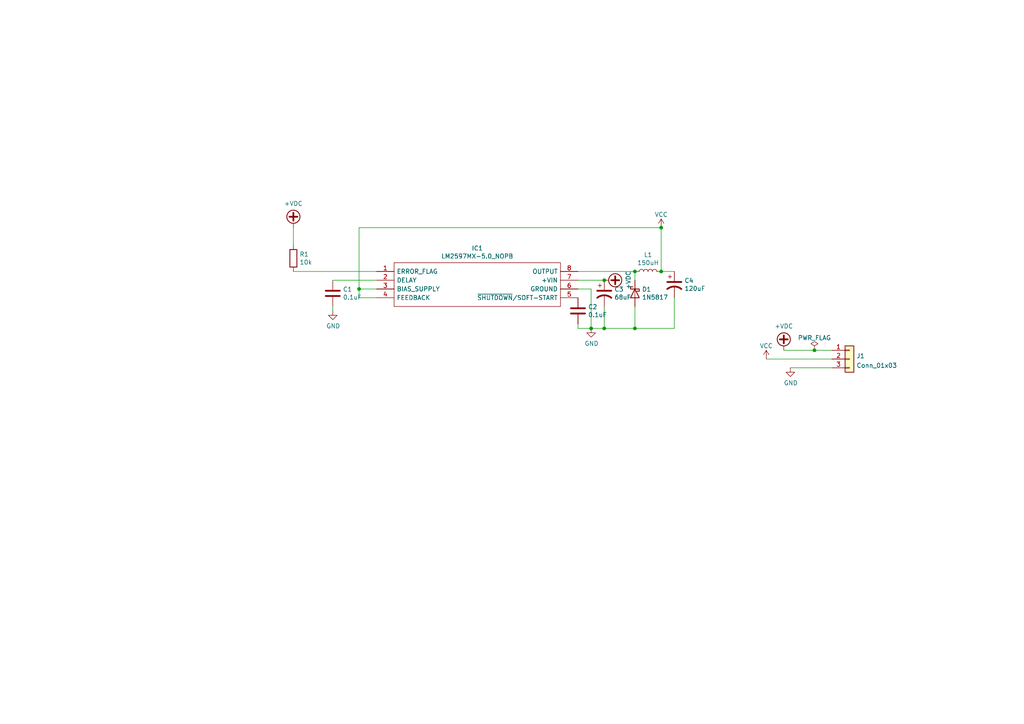
<source format=kicad_sch>
(kicad_sch (version 20230121) (generator eeschema)
  (paper "A4")
  (lib_symbols
    (symbol "Connector_Generic:Conn_01x03" (pin_names (offset 1.016) hide)
      (property "Reference" "J" (at 0 5.08 0))
      (property "Value" "Conn_01x03" (at 0 -5.08 0))
      (symbol "Conn_01x03_1_1"
        (rectangle (start -1.27 -2.413) (end 0 -2.667) (stroke (width 0.1524)))
        (rectangle (start -1.27 0.127) (end 0 -0.127) (stroke (width 0.1524)))
        (rectangle (start -1.27 2.667) (end 0 2.413) (stroke (width 0.1524)))
        (rectangle (start -1.27 3.81) (end 1.27 -3.81) (stroke (width 0.254)) (fill (type background)))
        (pin passive line (at -5.08 2.54 0) (length 3.81) (name "Pin_1") (number "1"))
        (pin passive line (at -5.08 0 0) (length 3.81) (name "Pin_2") (number "2"))
        (pin passive line (at -5.08 -2.54 0) (length 3.81) (name "Pin_3") (number "3"))
      )
    )
    (symbol "Device:C" (pin_numbers hide) (pin_names (offset 0.254))
      (property "Reference" "C" (at 0.635 2.54 0))
      (property "Value" "C" (at 0.635 -2.54 0))
      (symbol "C_0_1"
        (polyline (pts (xy -2.032 -0.762) (xy 2.032 -0.762)) (stroke (width 0.508)))
        (polyline (pts (xy -2.032 0.762) (xy 2.032 0.762)) (stroke (width 0.508)))
      )
      (symbol "C_1_1"
        (pin passive line (at 0 3.81 270) (length 2.794) (name "~") (number "1"))
        (pin passive line (at 0 -3.81 90) (length 2.794) (name "~") (number "2"))
      )
    )
    (symbol "Device:CP1" (pin_numbers hide) (pin_names (offset 0.254) hide)
      (property "Reference" "C" (at 0.635 2.54 0))
      (property "Value" "Device_CP1" (at 0.635 -2.54 0))
      (symbol "CP1_0_1"
        (polyline (pts (xy -2.032 0.762) (xy 2.032 0.762)) (stroke (width 0.508)))
        (polyline (pts (xy -1.778 2.286) (xy -0.762 2.286)))
        (polyline (pts (xy -1.27 1.778) (xy -1.27 2.794)))
        (arc (start 2.032 -1.27) (mid 0 -0.5572) (end -2.032 -1.27) (stroke (width 0.508)))
      )
      (symbol "CP1_1_1"
        (pin passive line (at 0 3.81 270) (length 2.794) (name "~") (number "1"))
        (pin passive line (at 0 -3.81 90) (length 3.302) (name "~") (number "2"))
      )
    )
    (symbol "Device:L" (pin_numbers hide) (pin_names (offset 1.016) hide)
      (property "Reference" "L" (at -1.27 0 90))
      (property "Value" "L" (at 1.905 0 90))
      (symbol "L_0_1"
        (arc (start 0 -2.54) (mid 0.6323 -1.905) (end 0 -1.27))
        (arc (start 0 -1.27) (mid 0.6323 -0.635) (end 0 0))
        (arc (start 0 0) (mid 0.6323 0.635) (end 0 1.27))
        (arc (start 0 1.27) (mid 0.6323 1.905) (end 0 2.54))
      )
      (symbol "L_1_1"
        (pin passive line (at 0 3.81 270) (length 1.27) (name "1") (number "1"))
        (pin passive line (at 0 -3.81 90) (length 1.27) (name "2") (number "2"))
      )
    )
    (symbol "Device:R" (pin_numbers hide) (pin_names (offset 0))
      (property "Reference" "R" (at 2.032 0 90))
      (property "Value" "R" (at 0 0 90))
      (symbol "R_0_1"
        (rectangle (start -1.016 -2.54) (end 1.016 2.54) (stroke (width 0.254)))
      )
      (symbol "R_1_1"
        (pin passive line (at 0 3.81 270) (length 1.27) (name "~") (number "1"))
        (pin passive line (at 0 -3.81 90) (length 1.27) (name "~") (number "2"))
      )
    )
    (symbol "Diode:1N5817" (pin_numbers hide) (pin_names (offset 1.016) hide)
      (property "Reference" "D" (at 0 2.54 0))
      (property "Value" "1N5817" (at 0 -2.54 0))
      (symbol "1N5817_0_1"
        (polyline (pts (xy 1.27 0) (xy -1.27 0)))
        (polyline (pts (xy 1.27 1.27) (xy 1.27 -1.27) (xy -1.27 0) (xy 1.27 1.27)) (stroke (width 0.254)))
        (polyline (pts (xy -1.905 0.635) (xy -1.905 1.27) (xy -1.27 1.27) (xy -1.27 -1.27) (xy -0.635 -1.27) (xy -0.635 -0.635)) (stroke (width 0.254)))
      )
      (symbol "1N5817_1_1"
        (pin passive line (at -3.81 0 0) (length 2.54) (name "K") (number "1"))
        (pin passive line (at 3.81 0 180) (length 2.54) (name "A") (number "2"))
      )
    )
    (symbol "SamacSys_Parts:LM2597MX-5.0_NOPB" (pin_names (offset 0.762))
      (property "Reference" "IC" (at 54.61 7.62 0))
      (property "Value" "SamacSys_Parts_LM2597MX-5.0_NOPB" (at 54.61 5.08 0))
      (symbol "LM2597MX-5.0_NOPB_0_0"
        (pin passive line (at 0 0 0) (length 5.08) (name "ERROR_FLAG") (number "1"))
        (pin passive line (at 0 -2.54 0) (length 5.08) (name "DELAY") (number "2"))
        (pin passive line (at 0 -5.08 0) (length 5.08) (name "BIAS_SUPPLY") (number "3"))
        (pin passive line (at 0 -7.62 0) (length 5.08) (name "FEEDBACK") (number "4"))
        (pin passive line (at 58.42 -7.62 180) (length 5.08) (name "~{SHUTDOWN}/SOFT-START") (number "5"))
        (pin passive line (at 58.42 -5.08 180) (length 5.08) (name "GROUND") (number "6"))
        (pin passive line (at 58.42 -2.54 180) (length 5.08) (name "+VIN") (number "7"))
        (pin passive line (at 58.42 0 180) (length 5.08) (name "OUTPUT") (number "8"))
      )
      (symbol "LM2597MX-5.0_NOPB_0_1"
        (polyline (pts (xy 5.08 2.54) (xy 53.34 2.54) (xy 53.34 -10.16) (xy 5.08 -10.16) (xy 5.08 2.54)) (stroke (width 0.1524)))
      )
    )
    (symbol "power:+VDC" (power) (pin_names (offset 0))
      (property "Value" "+VDC" (at 0 6.35 0))
      (symbol "+VDC_0_1"
        (polyline (pts (xy -1.143 3.175) (xy 1.143 3.175)) (stroke (width 0.508)))
        (polyline (pts (xy 0 0) (xy 0 1.27)))
        (polyline (pts (xy 0 2.032) (xy 0 4.318)) (stroke (width 0.508)))
        (circle (center 0 3.175) (radius 1.905) (stroke (width 0.254)))
      )
      (symbol "+VDC_1_1"
        (pin power_in line (at 0 0 90) (length 0) hide (name "+VDC") (number "1"))
      )
    )
    (symbol "power:GND" (power) (pin_names (offset 0))
      (property "Value" "GND" (at 0 -3.81 0))
      (symbol "GND_0_1"
        (polyline (pts (xy 0 0) (xy 0 -1.27) (xy 1.27 -1.27) (xy 0 -2.54) (xy -1.27 -1.27) (xy 0 -1.27)))
      )
      (symbol "GND_1_1"
        (pin power_in line (at 0 0 270) (length 0) hide (name "GND") (number "1"))
      )
    )
    (symbol "power:PWR_FLAG" (power) (pin_numbers hide) (pin_names (offset 0) hide)
      (property "Value" "PWR_FLAG" (at 0 3.81 0))
      (symbol "PWR_FLAG_0_0"
        (pin power_out line (at 0 0 90) (length 0) (name "pwr") (number "1"))
      )
      (symbol "PWR_FLAG_0_1"
        (polyline (pts (xy 0 0) (xy 0 1.27) (xy -1.016 1.905) (xy 0 2.54) (xy 1.016 1.905) (xy 0 1.27)))
      )
    )
    (symbol "power:VCC" (power) (pin_names (offset 0))
      (property "Value" "VCC" (at 0 3.81 0))
      (symbol "VCC_0_1"
        (polyline (pts (xy -0.762 1.27) (xy 0 2.54)))
        (polyline (pts (xy 0 0) (xy 0 2.54)))
        (polyline (pts (xy 0 2.54) (xy 0.762 1.27)))
      )
      (symbol "VCC_1_1"
        (pin power_in line (at 0 0 90) (length 0) hide (name "VCC") (number "1"))
      )
    )
  )
  (junction (at 184.15 95.25))
  (junction (at 171.45 95.25))
  (junction (at 236.22 101.6))
  (junction (at 191.77 66.04))
  (junction (at 175.26 81.28))
  (junction (at 184.15 78.74))
  (junction (at 175.26 95.25))
  (junction (at 104.14 83.82))
  (junction (at 191.77 78.74))
  (wire (pts (xy 184.15 95.25) (xy 175.26 95.25)))
  (wire (pts (xy 167.64 95.25) (xy 171.45 95.25)))
  (wire (pts (xy 191.77 66.04) (xy 191.77 78.74)))
  (wire (pts (xy 167.64 83.82) (xy 171.45 83.82)))
  (wire (pts (xy 109.22 78.74) (xy 85.09 78.74)))
  (wire (pts (xy 195.58 95.25) (xy 184.15 95.25)))
  (wire (pts (xy 227.33 101.6) (xy 236.22 101.6)))
  (wire (pts (xy 184.15 78.74) (xy 167.64 78.74)))
  (wire (pts (xy 191.77 78.74) (xy 195.58 78.74)))
  (wire (pts (xy 109.22 86.36) (xy 104.14 86.36)))
  (wire (pts (xy 171.45 83.82) (xy 171.45 95.25)))
  (wire (pts (xy 85.09 71.12) (xy 85.09 66.04)))
  (wire (pts (xy 167.64 93.98) (xy 167.64 95.25)))
  (wire (pts (xy 104.14 86.36) (xy 104.14 83.82)))
  (wire (pts (xy 229.235 106.68) (xy 241.3 106.68)))
  (wire (pts (xy 104.14 83.82) (xy 109.22 83.82)))
  (wire (pts (xy 184.15 81.28) (xy 184.15 78.74)))
  (wire (pts (xy 104.14 66.04) (xy 191.77 66.04)))
  (wire (pts (xy 104.14 83.82) (xy 104.14 66.04)))
  (wire (pts (xy 175.26 88.9) (xy 175.26 95.25)))
  (wire (pts (xy 184.15 88.9) (xy 184.15 95.25)))
  (wire (pts (xy 109.22 81.28) (xy 96.52 81.28)))
  (wire (pts (xy 236.22 101.6) (xy 241.3 101.6)))
  (wire (pts (xy 195.58 86.36) (xy 195.58 95.25)))
  (wire (pts (xy 175.26 81.28) (xy 167.64 81.28)))
  (wire (pts (xy 222.25 104.14) (xy 241.3 104.14)))
  (wire (pts (xy 175.26 95.25) (xy 171.45 95.25)))
  (wire (pts (xy 96.52 90.17) (xy 96.52 88.9)))
  (symbol (lib_id "Device:C") (at 96.52 85.09 0) (unit 1)
    (property "Reference" "C1" (at 99.441 83.9216 0) (effects (justify left)))
    (property "Value" "0.1uF" (at 99.441 86.233 0) (effects (justify left)))
    (property "Footprint" "Capacitor_SMD:C_0603_1608Metric_Pad1.08x0.95mm_HandSolder" (effects hide))
  )
  (symbol (lib_id "SamacSys_Parts:LM2597MX-5.0_NOPB") (at 109.22 78.74 0) (unit 1)
    (property "Reference" "IC1" (at 138.43 72.009 0))
    (property "Value" "LM2597MX-5.0_NOPB" (at 138.43 74.3204 0))
    (property "Footprint" "SamacSys_Parts:SOIC127P600X175-8N" (effects hide))
    (property "Datasheet" "http://www.ti.com/lit/gpn/LM2597" (effects hide))
    (property "Description" "SIMPLE SWITCHER Power Converter 150 kHz 0.5A Step-Down Voltage Regulator" (effects hide))
    (property "Height" "1.75" (effects hide))
    (property "Mouser Part Number" "926-LM2597MX50NOPB" (effects hide))
    (property "Mouser Price/Stock" "https://www.mouser.com/Search/Refine.aspx?Keyword=926-LM2597MX50NOPB" (effects hide))
    (property "Manufacturer_Name" "Texas Instruments" (effects hide))
    (property "Manufacturer_Part_Number" "LM2597MX-5.0/NOPB" (effects hide))
  )
  (symbol (lib_id "Device:R") (at 85.09 74.93 0) (unit 1)
    (property "Reference" "R1" (at 86.868 73.7616 0) (effects (justify left)))
    (property "Value" "10k" (at 86.868 76.073 0) (effects (justify left)))
    (property "Footprint" "Resistor_THT:R_Axial_DIN0207_L6.3mm_D2.5mm_P5.08mm_Vertical" (effects hide))
  )
  (symbol (lib_id "Device:L") (at 187.96 78.74 90) (unit 1)
    (property "Reference" "L1" (at 187.96 73.914 90))
    (property "Value" "150uH" (at 187.96 76.2254 90))
    (property "Footprint" "Inductor_THT:L_Axial_L6.6mm_D2.7mm_P10.16mm_Horizontal_Vishay_IM-2" (effects hide))
  )
  (symbol (lib_id "power:GND") (at 171.45 95.25 0) (unit 1)
    (property "Reference" "#PWR03" (effects hide))
    (property "Value" "GND" (at 171.577 99.6442 0))
  )
  (symbol (lib_id "Diode:1N5817") (at 184.15 85.09 90) (mirror x) (unit 1)
    (property "Reference" "D1" (at 186.182 83.9216 90) (effects (justify right)))
    (property "Value" "1N5817" (at 186.182 86.233 90) (effects (justify right)))
    (property "Footprint" "Diode_THT:D_DO-41_SOD81_P10.16mm_Horizontal" (effects hide))
    (property "Datasheet" "http://www.vishay.com/docs/88525/1n5817.pdf" (effects hide))
  )
  (symbol (lib_id "power:GND") (at 229.235 106.68 0) (unit 1)
    (property "Reference" "#PWR013" (effects hide))
    (property "Value" "GND" (at 229.362 111.0742 0))
  )
  (symbol (lib_id "power:+VDC") (at 227.33 101.6 0) (unit 1)
    (property "Reference" "#PWR012" (effects hide))
    (property "Value" "+VDC" (at 227.33 94.615 0))
  )
  (symbol (lib_id "power:+VDC") (at 85.09 66.04 0) (unit 1)
    (property "Reference" "#PWR01" (effects hide))
    (property "Value" "+VDC" (at 85.09 59.055 0))
  )
  (symbol (lib_id "Device:C") (at 167.64 90.17 0) (unit 1)
    (property "Reference" "C2" (at 170.561 89.0016 0) (effects (justify left)))
    (property "Value" "0.1uF" (at 170.561 91.313 0) (effects (justify left)))
    (property "Footprint" "Capacitor_SMD:C_0603_1608Metric_Pad1.08x0.95mm_HandSolder" (effects hide))
  )
  (symbol (lib_id "power:PWR_FLAG") (at 236.22 101.6 0) (unit 1)
    (property "Reference" "#FLG01" (effects hide))
    (property "Value" "PWR_FLAG" (at 236.22 97.9955 0))
  )
  (symbol (lib_id "power:VCC") (at 191.77 66.04 0) (unit 1)
    (property "Reference" "#PWR05" (effects hide))
    (property "Value" "VCC" (at 191.77 62.23 0))
  )
  (symbol (lib_id "power:+VDC") (at 175.26 81.28 270) (mirror x) (unit 1)
    (property "Reference" "#PWR04" (effects hide))
    (property "Value" "+VDC" (at 182.245 81.28 0))
  )
  (symbol (lib_id "Connector_Generic:Conn_01x03") (at 246.38 104.14 0) (unit 1)
    (property "Reference" "J1" (at 248.412 103.2315 0) (effects (justify left)))
    (property "Value" "Conn_01x03" (at 248.412 106.0066 0) (effects (justify left)))
    (property "Footprint" "Connector_PinHeader_2.54mm:PinHeader_1x03_P2.54mm_Vertical" (effects hide))
  )
  (symbol (lib_id "power:VCC") (at 222.25 104.14 0) (unit 1)
    (property "Reference" "#PWR06" (effects hide))
    (property "Value" "VCC" (at 222.25 100.33 0))
  )
  (symbol (lib_id "Device:CP1") (at 175.26 85.09 0) (unit 1)
    (property "Reference" "C3" (at 178.181 83.9216 0) (effects (justify left)))
    (property "Value" "68uF" (at 178.181 86.233 0) (effects (justify left)))
    (property "Footprint" "Capacitor_THT:CP_Radial_D8.0mm_P3.50mm" (effects hide))
  )
  (symbol (lib_id "Device:CP1") (at 195.58 82.55 0) (unit 1)
    (property "Reference" "C4" (at 198.501 81.3816 0) (effects (justify left)))
    (property "Value" "120uF" (at 198.501 83.693 0) (effects (justify left)))
    (property "Footprint" "Capacitor_THT:CP_Radial_D8.0mm_P3.50mm" (effects hide))
  )
  (symbol (lib_id "power:GND") (at 96.52 90.17 0) (unit 1)
    (property "Reference" "#PWR02" (effects hide))
    (property "Value" "GND" (at 96.647 94.5642 0))
  )
)
</source>
